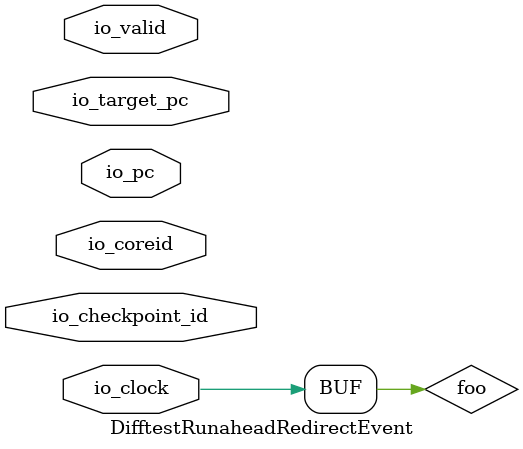
<source format=v>

module DifftestRunaheadRedirectEvent(
  input         io_clock,
input  [ 7:0] io_coreid,
input         io_valid,
input  [63:0] io_pc,
input  [63:0] io_target_pc,
input  [63:0] io_checkpoint_id
);
wire foo = io_clock; // prevent blackbox module
`ifndef SYNTHESIS
`ifdef DIFFTEST

import "DPI-C" function void v_difftest_RunaheadRedirectEvent (
input     byte io_coreid,
input      bit io_valid,
input  longint io_pc,
input  longint io_target_pc,
input  longint io_checkpoint_id
);

  always @(posedge io_clock) begin
    v_difftest_RunaheadRedirectEvent (io_coreid,io_valid,io_pc,io_target_pc,io_checkpoint_id);
  end
`endif
`endif
endmodule

</source>
